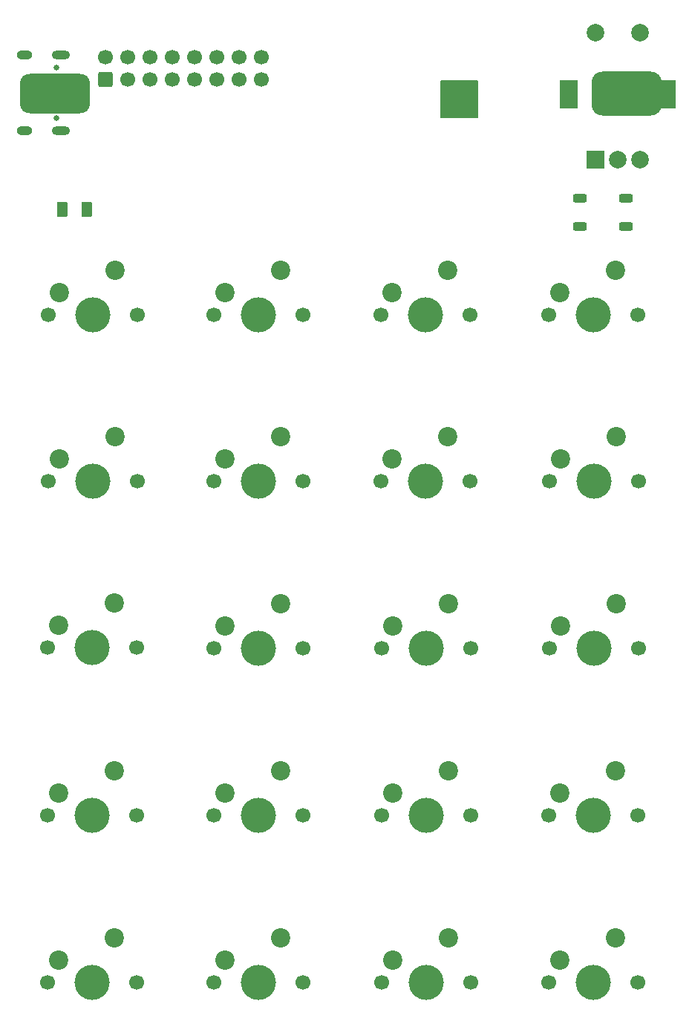
<source format=gbr>
%TF.GenerationSoftware,KiCad,Pcbnew,8.0.8-8.0.8-0~ubuntu22.04.1*%
%TF.CreationDate,2025-02-03T23:53:40+00:00*%
%TF.ProjectId,numcalcium,6e756d63-616c-4636-9975-6d2e6b696361,rev?*%
%TF.SameCoordinates,Original*%
%TF.FileFunction,Soldermask,Bot*%
%TF.FilePolarity,Negative*%
%FSLAX46Y46*%
G04 Gerber Fmt 4.6, Leading zero omitted, Abs format (unit mm)*
G04 Created by KiCad (PCBNEW 8.0.8-8.0.8-0~ubuntu22.04.1) date 2025-02-03 23:53:40*
%MOMM*%
%LPD*%
G01*
G04 APERTURE LIST*
G04 Aperture macros list*
%AMRoundRect*
0 Rectangle with rounded corners*
0 $1 Rounding radius*
0 $2 $3 $4 $5 $6 $7 $8 $9 X,Y pos of 4 corners*
0 Add a 4 corners polygon primitive as box body*
4,1,4,$2,$3,$4,$5,$6,$7,$8,$9,$2,$3,0*
0 Add four circle primitives for the rounded corners*
1,1,$1+$1,$2,$3*
1,1,$1+$1,$4,$5*
1,1,$1+$1,$6,$7*
1,1,$1+$1,$8,$9*
0 Add four rect primitives between the rounded corners*
20,1,$1+$1,$2,$3,$4,$5,0*
20,1,$1+$1,$4,$5,$6,$7,0*
20,1,$1+$1,$6,$7,$8,$9,0*
20,1,$1+$1,$8,$9,$2,$3,0*%
G04 Aperture macros list end*
%ADD10C,0.150000*%
%ADD11RoundRect,0.250000X0.600000X-0.600000X0.600000X0.600000X-0.600000X0.600000X-0.600000X-0.600000X0*%
%ADD12C,1.700000*%
%ADD13R,2.000000X2.000000*%
%ADD14C,2.000000*%
%ADD15R,2.000000X3.200000*%
%ADD16C,4.000000*%
%ADD17C,2.200000*%
%ADD18RoundRect,0.250000X-0.525000X-0.250000X0.525000X-0.250000X0.525000X0.250000X-0.525000X0.250000X0*%
%ADD19C,0.650000*%
%ADD20O,2.100000X1.000000*%
%ADD21O,1.800000X1.000000*%
%ADD22RoundRect,0.250000X0.375000X0.625000X-0.375000X0.625000X-0.375000X-0.625000X0.375000X-0.625000X0*%
%ADD23RoundRect,1.125000X2.875000X1.125000X-2.875000X1.125000X-2.875000X-1.125000X2.875000X-1.125000X0*%
%ADD24RoundRect,1.250000X2.750000X1.250000X-2.750000X1.250000X-2.750000X-1.250000X2.750000X-1.250000X0*%
G04 APERTURE END LIST*
D10*
X49407879Y-4680843D02*
X53557879Y-4680843D01*
X53557879Y-8880843D01*
X49407879Y-8880843D01*
X49407879Y-4680843D01*
G36*
X49407879Y-4680843D02*
G01*
X53557879Y-4680843D01*
X53557879Y-8880843D01*
X49407879Y-8880843D01*
X49407879Y-4680843D01*
G37*
D11*
%TO.C,J7*%
X11192000Y-4520843D03*
D12*
X11192000Y-1980843D03*
X13732000Y-4520843D03*
X13732000Y-1980843D03*
X16272000Y-4520843D03*
X16272000Y-1980843D03*
X18812000Y-4520843D03*
X18812000Y-1980843D03*
X21352000Y-4520843D03*
X21352000Y-1980843D03*
X23892000Y-4520843D03*
X23892000Y-1980843D03*
X26432000Y-4520843D03*
X26432000Y-1980843D03*
X28972000Y-4520843D03*
X28972000Y-1980843D03*
%TD*%
D13*
%TO.C,SW21*%
X67071603Y-13716567D03*
D14*
X72071603Y-13716567D03*
X69571603Y-13716567D03*
D15*
X63971603Y-6216567D03*
X75171603Y-6216567D03*
D14*
X72071603Y783433D03*
X67071603Y783433D03*
%TD*%
D12*
%TO.C,SW11*%
X42650000Y-69363000D03*
D16*
X47730000Y-69363000D03*
D12*
X52810000Y-69363000D03*
D17*
X50270000Y-64283000D03*
X43920000Y-66823000D03*
%TD*%
D12*
%TO.C,SW13*%
X4595000Y-50314000D03*
D16*
X9675000Y-50314000D03*
D12*
X14755000Y-50314000D03*
D17*
X12215000Y-45234000D03*
X5865000Y-47774000D03*
%TD*%
D12*
%TO.C,SW9*%
X4535000Y-69329000D03*
D16*
X9615000Y-69329000D03*
D12*
X14695000Y-69329000D03*
D17*
X12155000Y-64249000D03*
X5805000Y-66789000D03*
%TD*%
D12*
%TO.C,SW8*%
X61700000Y-88413000D03*
D16*
X66780000Y-88413000D03*
D12*
X71860000Y-88413000D03*
D17*
X69320000Y-83333000D03*
X62970000Y-85873000D03*
%TD*%
%TO.C,SW4*%
X62982000Y-104924000D03*
X69332000Y-102384000D03*
D12*
X71872000Y-107464000D03*
D16*
X66792000Y-107464000D03*
D12*
X61712000Y-107464000D03*
%TD*%
%TO.C,SW15*%
X42568000Y-50314000D03*
D16*
X47648000Y-50314000D03*
D12*
X52728000Y-50314000D03*
D17*
X50188000Y-45234000D03*
X43838000Y-47774000D03*
%TD*%
D12*
%TO.C,SW16*%
X61745000Y-50314000D03*
D16*
X66825000Y-50314000D03*
D12*
X71905000Y-50314000D03*
D17*
X69365000Y-45234000D03*
X63015000Y-47774000D03*
%TD*%
D12*
%TO.C,SW18*%
X23518000Y-31391000D03*
D16*
X28598000Y-31391000D03*
D12*
X33678000Y-31391000D03*
D17*
X31138000Y-26311000D03*
X24788000Y-28851000D03*
%TD*%
D12*
%TO.C,SW19*%
X42568000Y-31391000D03*
D16*
X47648000Y-31391000D03*
D12*
X52728000Y-31391000D03*
D17*
X50188000Y-26311000D03*
X43838000Y-28851000D03*
%TD*%
%TO.C,SW1*%
X5778000Y-104924000D03*
X12128000Y-102384000D03*
D12*
X14668000Y-107464000D03*
D16*
X9588000Y-107464000D03*
D12*
X4508000Y-107464000D03*
%TD*%
%TO.C,SW7*%
X42650000Y-88413000D03*
D16*
X47730000Y-88413000D03*
D12*
X52810000Y-88413000D03*
D17*
X50270000Y-83333000D03*
X43920000Y-85873000D03*
%TD*%
D12*
%TO.C,SW10*%
X23518000Y-69363000D03*
D16*
X28598000Y-69363000D03*
D12*
X33678000Y-69363000D03*
D17*
X31138000Y-64283000D03*
X24788000Y-66823000D03*
%TD*%
%TO.C,SW3*%
X43878000Y-104924000D03*
X50228000Y-102384000D03*
D12*
X52768000Y-107464000D03*
D16*
X47688000Y-107464000D03*
D12*
X42608000Y-107464000D03*
%TD*%
%TO.C,SW12*%
X61745000Y-69364000D03*
D16*
X66825000Y-69364000D03*
D12*
X71905000Y-69364000D03*
D17*
X69365000Y-64284000D03*
X63015000Y-66824000D03*
%TD*%
D12*
%TO.C,SW14*%
X23518000Y-50314000D03*
D16*
X28598000Y-50314000D03*
D12*
X33678000Y-50314000D03*
D17*
X31138000Y-45234000D03*
X24788000Y-47774000D03*
%TD*%
D12*
%TO.C,SW6*%
X23473000Y-88413000D03*
D16*
X28553000Y-88413000D03*
D12*
X33633000Y-88413000D03*
D17*
X31093000Y-83333000D03*
X24743000Y-85873000D03*
%TD*%
%TO.C,SW2*%
X24755000Y-104924000D03*
X31105000Y-102384000D03*
D12*
X33645000Y-107464000D03*
D16*
X28565000Y-107464000D03*
D12*
X23485000Y-107464000D03*
%TD*%
%TO.C,SW17*%
X4595000Y-31391000D03*
D16*
X9675000Y-31391000D03*
D12*
X14755000Y-31391000D03*
D17*
X12215000Y-26311000D03*
X5865000Y-28851000D03*
%TD*%
D12*
%TO.C,SW20*%
X61658000Y-31391000D03*
D16*
X66738000Y-31391000D03*
D12*
X71818000Y-31391000D03*
D17*
X69278000Y-26311000D03*
X62928000Y-28851000D03*
%TD*%
D12*
%TO.C,SW5*%
X4508000Y-88414000D03*
D16*
X9588000Y-88414000D03*
D12*
X14668000Y-88414000D03*
D17*
X12128000Y-83334000D03*
X5778000Y-85874000D03*
%TD*%
D18*
%TO.C,SW22*%
X65232879Y-21280843D03*
X70482879Y-21280843D03*
X65232879Y-18080843D03*
X70482879Y-18080843D03*
%TD*%
D19*
%TO.C,J6*%
X5587879Y-3190843D03*
X5587879Y-8970843D03*
D20*
X6087879Y-1760843D03*
D21*
X1907879Y-1760843D03*
D20*
X6087879Y-10400843D03*
D21*
X1907879Y-10400843D03*
%TD*%
D22*
%TO.C,D47*%
X9057879Y-19380843D03*
X6257879Y-19380843D03*
%TD*%
D23*
%TO.C,BT1*%
X5377879Y-6124843D03*
D24*
X70627879Y-6124843D03*
%TD*%
M02*

</source>
